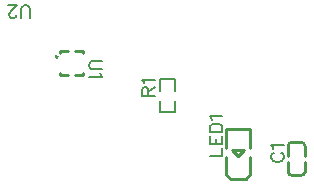
<source format=gto>
G04 Layer: TopSilkscreenLayer*
G04 EasyEDA v6.5.40, 2024-06-14 14:15:58*
G04 Gerber Generator version 0.2*
G04 Scale: 100 percent, Rotated: No, Reflected: No *
G04 Dimensions in millimeters *
G04 leading zeros omitted , absolute positions ,4 integer and 5 decimal *
%FSLAX45Y45*%
%MOMM*%

%ADD10C,0.1524*%
%ADD11C,0.2540*%

%LPD*%
D10*
X7367777Y3255327D02*
G01*
X7357363Y3249993D01*
X7346950Y3239579D01*
X7341870Y3229419D01*
X7341870Y3208591D01*
X7346950Y3198177D01*
X7357363Y3187763D01*
X7367777Y3182429D01*
X7383525Y3177349D01*
X7409434Y3177349D01*
X7424927Y3182429D01*
X7435341Y3187763D01*
X7445756Y3198177D01*
X7450836Y3208591D01*
X7450836Y3229419D01*
X7445756Y3239579D01*
X7435341Y3249993D01*
X7424927Y3255327D01*
X7362697Y3289617D02*
G01*
X7357363Y3300031D01*
X7341870Y3315525D01*
X7450836Y3315525D01*
X6821297Y3229800D02*
G01*
X6930263Y3229800D01*
X6930263Y3229800D02*
G01*
X6930263Y3292030D01*
X6821297Y3326320D02*
G01*
X6930263Y3326320D01*
X6821297Y3326320D02*
G01*
X6821297Y3393884D01*
X6873113Y3326320D02*
G01*
X6873113Y3367976D01*
X6930263Y3326320D02*
G01*
X6930263Y3393884D01*
X6821297Y3428174D02*
G01*
X6930263Y3428174D01*
X6821297Y3428174D02*
G01*
X6821297Y3464750D01*
X6826377Y3480244D01*
X6836790Y3490658D01*
X6847204Y3495738D01*
X6862952Y3501072D01*
X6888861Y3501072D01*
X6904354Y3495738D01*
X6914768Y3490658D01*
X6925183Y3480244D01*
X6930263Y3464750D01*
X6930263Y3428174D01*
X6842125Y3535362D02*
G01*
X6836790Y3545776D01*
X6821297Y3561270D01*
X6930263Y3561270D01*
X6249670Y3736149D02*
G01*
X6358636Y3736149D01*
X6249670Y3736149D02*
G01*
X6249670Y3782885D01*
X6254750Y3798379D01*
X6260084Y3803713D01*
X6270497Y3808793D01*
X6280911Y3808793D01*
X6291325Y3803713D01*
X6296406Y3798379D01*
X6301486Y3782885D01*
X6301486Y3736149D01*
X6301486Y3772471D02*
G01*
X6358636Y3808793D01*
X6270497Y3843083D02*
G01*
X6265163Y3853497D01*
X6249670Y3869245D01*
X6358636Y3869245D01*
X5914029Y4032209D02*
G01*
X5836051Y4032209D01*
X5820557Y4027129D01*
X5810143Y4016715D01*
X5805063Y4000967D01*
X5805063Y3990553D01*
X5810143Y3975059D01*
X5820557Y3964645D01*
X5836051Y3959565D01*
X5914029Y3959565D01*
X5893201Y3925275D02*
G01*
X5898535Y3914861D01*
X5914029Y3899113D01*
X5805063Y3899113D01*
X5298186Y4395533D02*
G01*
X5298186Y4473511D01*
X5293106Y4489005D01*
X5282691Y4499419D01*
X5266943Y4504499D01*
X5256529Y4504499D01*
X5241036Y4499419D01*
X5230622Y4489005D01*
X5225541Y4473511D01*
X5225541Y4395533D01*
X5185918Y4421441D02*
G01*
X5185918Y4416361D01*
X5180838Y4405947D01*
X5175504Y4400613D01*
X5165090Y4395533D01*
X5144515Y4395533D01*
X5134102Y4400613D01*
X5128768Y4405947D01*
X5123688Y4416361D01*
X5123688Y4426775D01*
X5128768Y4437189D01*
X5139181Y4452683D01*
X5191252Y4504499D01*
X5118354Y4504499D01*
D11*
X7518808Y3341751D02*
G01*
X7598811Y3341751D01*
X7487823Y3230775D02*
G01*
X7487823Y3310773D01*
X7629789Y3230775D02*
G01*
X7629789Y3310773D01*
X7487241Y3173186D02*
G01*
X7487241Y3093186D01*
X7518224Y3062203D02*
G01*
X7598222Y3062203D01*
X7629202Y3173186D02*
G01*
X7629202Y3093186D01*
X7013486Y3273549D02*
G01*
X7053486Y3233549D01*
X7063486Y3223549D01*
X7073511Y3233549D01*
X7113511Y3273549D01*
X7013486Y3273549D02*
G01*
X7113511Y3273549D01*
X7165213Y3297872D02*
G01*
X7165213Y3452812D01*
X6962013Y3452812D01*
X6962013Y3297872D01*
X7167752Y3219132D02*
G01*
X7167752Y3071812D01*
X7127113Y3031172D01*
X7000113Y3031172D01*
X6962013Y3069272D01*
X6962013Y3221672D01*
D10*
X6532646Y3778770D02*
G01*
X6532646Y3874658D01*
X6400525Y3874658D01*
X6400525Y3778770D01*
X6532646Y3693528D02*
G01*
X6532646Y3597640D01*
X6400525Y3597640D01*
X6400525Y3693528D01*
D11*
X5753788Y3929735D02*
G01*
X5753788Y3915547D01*
X5686295Y4115549D02*
G01*
X5753788Y4115549D01*
X5753788Y4101353D01*
X5553788Y4101353D02*
G01*
X5553788Y4115549D01*
X5621294Y4115549D01*
X5553788Y3915547D02*
G01*
X5553788Y3929735D01*
X5621294Y3915547D02*
G01*
X5553788Y3915547D01*
X5753788Y3915547D02*
G01*
X5686295Y3915547D01*
G75*
G01*
X7518225Y3062199D02*
G02*
X7487242Y3093182I0J30983D01*
G75*
G01*
X7629208Y3093182D02*
G02*
X7598222Y3062199I-30983J0D01*
G75*
G01*
X7487823Y3310768D02*
G02*
X7518809Y3341751I30983J0D01*
G75*
G01*
X7598806Y3341751D02*
G02*
X7629789Y3310768I0J-30983D01*
G75*
G01
X5533136Y4066311D02*
G03X5533136Y4066311I-6350J0D01*
M02*

</source>
